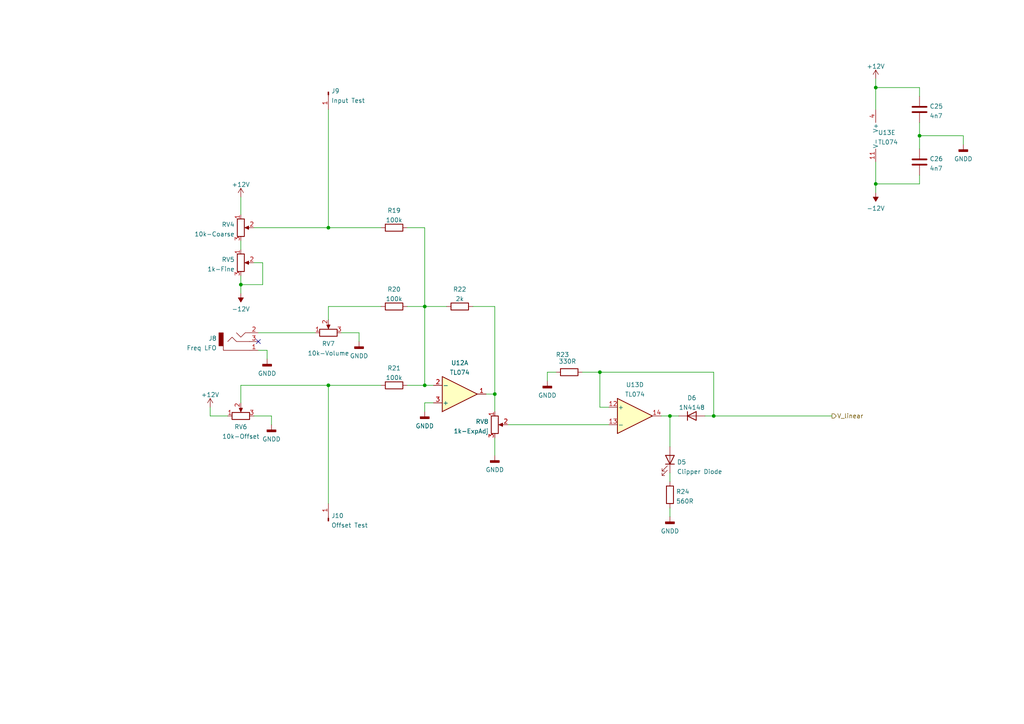
<source format=kicad_sch>
(kicad_sch (version 20211123) (generator eeschema)
  (paper "A4")
  (lib_symbols
    (symbol "Amplifier_Operational:TL074" (pin_names (offset 0.127))
      (property "Reference" "U" (at 0 5.08 0))
      (property "Value" "TL074" (at 0 -5.08 0))
      (symbol "TL074_1_1"
        (polyline (pts (xy -5.08 5.08) (xy 5.08 0) (xy -5.08 -5.08) (xy -5.08 5.08)) (stroke (width 0.254)) (fill (type background)))
        (pin output line (at 7.62 0 180) (length 2.54) (name "~") (number "1"))
        (pin input line (at -7.62 -2.54 0) (length 2.54) (name "-") (number "2"))
        (pin input line (at -7.62 2.54 0) (length 2.54) (name "+") (number "3"))
      )
      (symbol "TL074_2_1"
        (polyline (pts (xy -5.08 5.08) (xy 5.08 0) (xy -5.08 -5.08) (xy -5.08 5.08)) (stroke (width 0.254)) (fill (type background)))
        (pin input line (at -7.62 2.54 0) (length 2.54) (name "+") (number "5"))
        (pin input line (at -7.62 -2.54 0) (length 2.54) (name "-") (number "6"))
        (pin output line (at 7.62 0 180) (length 2.54) (name "~") (number "7"))
      )
      (symbol "TL074_3_1"
        (polyline (pts (xy -5.08 5.08) (xy 5.08 0) (xy -5.08 -5.08) (xy -5.08 5.08)) (stroke (width 0.254)) (fill (type background)))
        (pin input line (at -7.62 2.54 0) (length 2.54) (name "+") (number "10"))
        (pin output line (at 7.62 0 180) (length 2.54) (name "~") (number "8"))
        (pin input line (at -7.62 -2.54 0) (length 2.54) (name "-") (number "9"))
      )
      (symbol "TL074_4_1"
        (polyline (pts (xy -5.08 5.08) (xy 5.08 0) (xy -5.08 -5.08) (xy -5.08 5.08)) (stroke (width 0.254)) (fill (type background)))
        (pin input line (at -7.62 2.54 0) (length 2.54) (name "+") (number "12"))
        (pin input line (at -7.62 -2.54 0) (length 2.54) (name "-") (number "13"))
        (pin output line (at 7.62 0 180) (length 2.54) (name "~") (number "14"))
      )
      (symbol "TL074_5_1"
        (pin power_in line (at -2.54 -7.62 90) (length 3.81) (name "V-") (number "11"))
        (pin power_in line (at -2.54 7.62 270) (length 3.81) (name "V+") (number "4"))
      )
    )
    (symbol "Connector:Conn_01x01_Male" (pin_names (offset 1.016) hide)
      (property "Reference" "J" (at 0 2.54 0))
      (property "Value" "Conn_01x01_Male" (at 0 -2.54 0))
      (symbol "Conn_01x01_Male_1_1"
        (polyline (pts (xy 1.27 0) (xy 0.8636 0)) (stroke (width 0.1524)))
        (rectangle (start 0.8636 0.127) (end 0 -0.127) (stroke (width 0.1524)) (fill (type outline)))
        (pin passive line (at 5.08 0 180) (length 3.81) (name "Pin_1") (number "1"))
      )
    )
    (symbol "Custom:3.5mm_audio_jack" (pin_names (offset 1.016))
      (property "Reference" "J" (at 0 -3.81 0))
      (property "Value" "3.5mm_audio_jack" (at 0 -5.08 0))
      (symbol "3.5mm_audio_jack_0_1"
        (rectangle (start -6.35 1.27) (end -5.08 -2.54) (fill (type outline)))
        (polyline (pts (xy 2.54 2.54) (xy -5.08 2.54) (xy -5.08 1.27)))
        (polyline (pts (xy 2.54 -2.54) (xy 1.27 -2.54) (xy 0 -1.27) (xy -1.27 -2.54)))
        (polyline (pts (xy 2.54 0) (xy -1.27 0) (xy -2.54 -1.27) (xy -3.81 0)))
      )
      (symbol "3.5mm_audio_jack_1_1"
        (pin passive line (at 5.08 2.54 180) (length 2.54) (name "~") (number "1"))
        (pin passive line (at 5.08 -2.54 180) (length 2.54) (name "~") (number "2"))
        (pin passive line (at 5.08 0 180) (length 2.54) (name "~") (number "3"))
      )
    )
    (symbol "Device:C" (pin_numbers hide) (pin_names (offset 0.254))
      (property "Reference" "C" (at 0.635 2.54 0))
      (property "Value" "C" (at 0.635 -2.54 0))
      (symbol "C_0_1"
        (polyline (pts (xy -2.032 -0.762) (xy 2.032 -0.762)) (stroke (width 0.508)))
        (polyline (pts (xy -2.032 0.762) (xy 2.032 0.762)) (stroke (width 0.508)))
      )
      (symbol "C_1_1"
        (pin passive line (at 0 3.81 270) (length 2.794) (name "~") (number "1"))
        (pin passive line (at 0 -3.81 90) (length 2.794) (name "~") (number "2"))
      )
    )
    (symbol "Device:LED" (pin_numbers hide) (pin_names (offset 1.016) hide)
      (property "Reference" "D" (at 0 2.54 0))
      (property "Value" "LED" (at 0 -2.54 0))
      (symbol "LED_0_1"
        (polyline (pts (xy -1.27 -1.27) (xy -1.27 1.27)) (stroke (width 0.254)))
        (polyline (pts (xy -1.27 0) (xy 1.27 0)))
        (polyline (pts (xy 1.27 -1.27) (xy 1.27 1.27) (xy -1.27 0) (xy 1.27 -1.27)) (stroke (width 0.254)))
        (polyline (pts (xy -3.048 -0.762) (xy -4.572 -2.286) (xy -3.81 -2.286) (xy -4.572 -2.286) (xy -4.572 -1.524)))
        (polyline (pts (xy -1.778 -0.762) (xy -3.302 -2.286) (xy -2.54 -2.286) (xy -3.302 -2.286) (xy -3.302 -1.524)))
      )
      (symbol "LED_1_1"
        (pin passive line (at -3.81 0 0) (length 2.54) (name "K") (number "1"))
        (pin passive line (at 3.81 0 180) (length 2.54) (name "A") (number "2"))
      )
    )
    (symbol "Device:R" (pin_numbers hide) (pin_names (offset 0))
      (property "Reference" "R" (at 2.032 0 90))
      (property "Value" "R" (at 0 0 90))
      (symbol "R_0_1"
        (rectangle (start -1.016 -2.54) (end 1.016 2.54) (stroke (width 0.254)))
      )
      (symbol "R_1_1"
        (pin passive line (at 0 3.81 270) (length 1.27) (name "~") (number "1"))
        (pin passive line (at 0 -3.81 90) (length 1.27) (name "~") (number "2"))
      )
    )
    (symbol "Device:R_Potentiometer" (pin_names (offset 1.016) hide)
      (property "Reference" "RV" (at -4.445 0 90))
      (property "Value" "R_Potentiometer" (at -2.54 0 90))
      (symbol "R_Potentiometer_0_1"
        (polyline (pts (xy 2.54 0) (xy 1.524 0)))
        (polyline (pts (xy 1.143 0) (xy 2.286 0.508) (xy 2.286 -0.508) (xy 1.143 0)) (fill (type outline)))
        (rectangle (start 1.016 2.54) (end -1.016 -2.54) (stroke (width 0.254)))
      )
      (symbol "R_Potentiometer_1_1"
        (pin passive line (at 0 3.81 270) (length 1.27) (name "1") (number "1"))
        (pin passive line (at 3.81 0 180) (length 1.27) (name "2") (number "2"))
        (pin passive line (at 0 -3.81 90) (length 1.27) (name "3") (number "3"))
      )
    )
    (symbol "Diode:1N4148" (pin_numbers hide) (pin_names (offset 1.016) hide)
      (property "Reference" "D" (at 0 2.54 0))
      (property "Value" "1N4148" (at 0 -2.54 0))
      (symbol "1N4148_0_1"
        (polyline (pts (xy -1.27 1.27) (xy -1.27 -1.27)) (stroke (width 0.254)))
        (polyline (pts (xy 1.27 0) (xy -1.27 0)))
        (polyline (pts (xy 1.27 1.27) (xy 1.27 -1.27) (xy -1.27 0) (xy 1.27 1.27)) (stroke (width 0.254)))
      )
      (symbol "1N4148_1_1"
        (pin passive line (at -3.81 0 0) (length 2.54) (name "K") (number "1"))
        (pin passive line (at 3.81 0 180) (length 2.54) (name "A") (number "2"))
      )
    )
    (symbol "power:+12V" (power) (pin_names (offset 0))
      (property "Value" "+12V" (at 0 3.556 0))
      (symbol "+12V_0_1"
        (polyline (pts (xy -0.762 1.27) (xy 0 2.54)))
        (polyline (pts (xy 0 0) (xy 0 2.54)))
        (polyline (pts (xy 0 2.54) (xy 0.762 1.27)))
      )
      (symbol "+12V_1_1"
        (pin power_in line (at 0 0 90) (length 0) hide (name "+12V") (number "1"))
      )
    )
    (symbol "power:-12V" (power) (pin_names (offset 0))
      (property "Value" "-12V" (at 0 3.81 0))
      (symbol "-12V_0_0"
        (pin power_in line (at 0 0 90) (length 0) hide (name "-12V") (number "1"))
      )
      (symbol "-12V_0_1"
        (polyline (pts (xy 0 0) (xy 0 1.27) (xy 0.762 1.27) (xy 0 2.54) (xy -0.762 1.27) (xy 0 1.27)) (fill (type outline)))
      )
    )
    (symbol "power:GNDD" (power) (pin_names (offset 0))
      (property "Value" "GNDD" (at 0 -3.175 0))
      (symbol "GNDD_0_1"
        (rectangle (start -1.27 -1.524) (end 1.27 -2.032) (stroke (width 0.254)) (fill (type outline)))
        (polyline (pts (xy 0 0) (xy 0 -1.524)))
      )
      (symbol "GNDD_1_1"
        (pin power_in line (at 0 0 270) (length 0) hide (name "GNDD") (number "1"))
      )
    )
  )
  (junction (at 95.25 111.76))
  (junction (at 69.85 82.55))
  (junction (at 95.25 66.04))
  (junction (at 143.51 114.3))
  (junction (at 173.99 107.95))
  (junction (at 194.31 120.65))
  (junction (at 266.7 39.37))
  (junction (at 123.19 88.9))
  (junction (at 254 25.4))
  (junction (at 254 53.34))
  (junction (at 123.19 111.76))
  (junction (at 207.01 120.65))
  (no_connect (at 74.93 99.06))
  (wire (pts (xy 168.91 107.95) (xy 173.99 107.95)))
  (wire (pts (xy 173.99 118.11) (xy 173.99 107.95)))
  (wire (pts (xy 266.7 25.4) (xy 266.7 27.94)))
  (wire (pts (xy 161.29 107.95) (xy 158.75 107.95)))
  (wire (pts (xy 143.51 114.3) (xy 143.51 119.38)))
  (wire (pts (xy 118.11 66.04) (xy 123.19 66.04)))
  (wire (pts (xy 69.85 82.55) (xy 69.85 85.09)))
  (wire (pts (xy 74.93 96.52) (xy 91.44 96.52)))
  (wire (pts (xy 254 22.86) (xy 254 25.4)))
  (wire (pts (xy 125.73 116.84) (xy 123.19 116.84)))
  (wire (pts (xy 143.51 88.9) (xy 143.51 114.3)))
  (wire (pts (xy 73.66 120.65) (xy 78.74 120.65)))
  (wire (pts (xy 95.25 111.76) (xy 95.25 146.05)))
  (wire (pts (xy 137.16 88.9) (xy 143.51 88.9)))
  (wire (pts (xy 194.31 147.32) (xy 194.31 149.86)))
  (wire (pts (xy 78.74 120.65) (xy 78.74 123.19)))
  (wire (pts (xy 207.01 120.65) (xy 207.01 107.95)))
  (wire (pts (xy 69.85 57.15) (xy 69.85 62.23)))
  (wire (pts (xy 147.32 123.19) (xy 176.53 123.19)))
  (wire (pts (xy 69.85 111.76) (xy 95.25 111.76)))
  (wire (pts (xy 143.51 114.3) (xy 140.97 114.3)))
  (wire (pts (xy 60.96 120.65) (xy 66.04 120.65)))
  (wire (pts (xy 266.7 39.37) (xy 266.7 43.18)))
  (wire (pts (xy 95.25 66.04) (xy 110.49 66.04)))
  (wire (pts (xy 207.01 120.65) (xy 241.3 120.65)))
  (wire (pts (xy 95.25 111.76) (xy 110.49 111.76)))
  (wire (pts (xy 194.31 120.65) (xy 196.85 120.65)))
  (wire (pts (xy 191.77 120.65) (xy 194.31 120.65)))
  (wire (pts (xy 173.99 107.95) (xy 207.01 107.95)))
  (wire (pts (xy 129.54 88.9) (xy 123.19 88.9)))
  (wire (pts (xy 123.19 116.84) (xy 123.19 119.38)))
  (wire (pts (xy 254 53.34) (xy 266.7 53.34)))
  (wire (pts (xy 123.19 88.9) (xy 123.19 111.76)))
  (wire (pts (xy 254 53.34) (xy 254 55.88)))
  (wire (pts (xy 123.19 66.04) (xy 123.19 88.9)))
  (wire (pts (xy 77.47 101.6) (xy 77.47 104.14)))
  (wire (pts (xy 143.51 127) (xy 143.51 132.08)))
  (wire (pts (xy 254 25.4) (xy 254 31.75)))
  (wire (pts (xy 104.14 96.52) (xy 104.14 99.06)))
  (wire (pts (xy 73.66 66.04) (xy 95.25 66.04)))
  (wire (pts (xy 266.7 35.56) (xy 266.7 39.37)))
  (wire (pts (xy 194.31 137.16) (xy 194.31 139.7)))
  (wire (pts (xy 69.85 111.76) (xy 69.85 116.84)))
  (wire (pts (xy 194.31 120.65) (xy 194.31 129.54)))
  (wire (pts (xy 158.75 107.95) (xy 158.75 110.49)))
  (wire (pts (xy 118.11 88.9) (xy 123.19 88.9)))
  (wire (pts (xy 95.25 88.9) (xy 95.25 92.71)))
  (wire (pts (xy 60.96 118.11) (xy 60.96 120.65)))
  (wire (pts (xy 254 25.4) (xy 266.7 25.4)))
  (wire (pts (xy 118.11 111.76) (xy 123.19 111.76)))
  (wire (pts (xy 204.47 120.65) (xy 207.01 120.65)))
  (wire (pts (xy 123.19 111.76) (xy 125.73 111.76)))
  (wire (pts (xy 266.7 39.37) (xy 279.4 39.37)))
  (wire (pts (xy 69.85 82.55) (xy 69.85 80.01)))
  (wire (pts (xy 76.2 76.2) (xy 76.2 82.55)))
  (wire (pts (xy 99.06 96.52) (xy 104.14 96.52)))
  (wire (pts (xy 73.66 76.2) (xy 76.2 76.2)))
  (wire (pts (xy 176.53 118.11) (xy 173.99 118.11)))
  (wire (pts (xy 95.25 31.75) (xy 95.25 66.04)))
  (wire (pts (xy 76.2 82.55) (xy 69.85 82.55)))
  (wire (pts (xy 279.4 39.37) (xy 279.4 41.91)))
  (wire (pts (xy 69.85 69.85) (xy 69.85 72.39)))
  (wire (pts (xy 254 46.99) (xy 254 53.34)))
  (wire (pts (xy 266.7 53.34) (xy 266.7 50.8)))
  (wire (pts (xy 95.25 88.9) (xy 110.49 88.9)))
  (wire (pts (xy 74.93 101.6) (xy 77.47 101.6)))
  (hierarchical_label "V_linear" (shape output) (at 241.3 120.65 0))
  (symbol (lib_id "power:GNDD") (at 194.31 149.86 0) (unit 1)
    (property "Reference" "#PWR079" (effects hide))
    (property "Value" "GNDD" (at 194.31 154.0415 0))
  )
  (symbol (lib_id "Device:R_Potentiometer") (at 95.25 96.52 90) (unit 1)
    (property "Reference" "RV7" (at 95.25 99.6855 90))
    (property "Value" "10k-Volume" (at 95.25 102.4606 90))
    (property "Footprint" "Potentiometer_THT:Potentiometer_Bourns_3296W_Vertical" (effects hide))
  )
  (symbol (lib_id "Custom:3.5mm_audio_jack") (at 69.85 99.06 0) (mirror x) (unit 1)
    (property "Reference" "J8" (at 62.8651 98.1515 0) (effects (justify right)))
    (property "Value" "Freq LFO" (at 62.8651 100.9266 0) (effects (justify right)))
    (property "Footprint" "Custom Footprints:PJ_301M" (effects hide))
  )
  (symbol (lib_id "Device:R") (at 133.35 88.9 90) (unit 1)
    (property "Reference" "R22" (at 133.35 83.9175 90))
    (property "Value" "2k" (at 133.35 86.6926 90))
    (property "Footprint" "Resistor_THT:R_Axial_DIN0207_L6.3mm_D2.5mm_P2.54mm_Vertical" (effects hide))
  )
  (symbol (lib_id "Device:C") (at 266.7 31.75 0) (unit 1)
    (property "Reference" "C25" (at 269.621 30.8415 0) (effects (justify left)))
    (property "Value" "4n7" (at 269.621 33.6166 0) (effects (justify left)))
    (property "Footprint" "Capacitor_THT:C_Disc_D3.4mm_W2.1mm_P2.50mm" (effects hide))
  )
  (symbol (lib_id "power:GNDD") (at 123.19 119.38 0) (unit 1)
    (property "Reference" "#PWR076" (effects hide))
    (property "Value" "GNDD" (at 123.19 123.5615 0))
  )
  (symbol (lib_id "power:GNDD") (at 143.51 132.08 0) (unit 1)
    (property "Reference" "#PWR077" (effects hide))
    (property "Value" "GNDD" (at 143.51 136.2615 0))
  )
  (symbol (lib_id "Device:R_Potentiometer") (at 69.85 76.2 0) (unit 1)
    (property "Reference" "RV5" (at 68.072 75.2915 0) (effects (justify right)))
    (property "Value" "1k-Fine" (at 68.072 78.0666 0) (effects (justify right)))
    (property "Footprint" "Potentiometer_THT:Potentiometer_Bourns_3296W_Vertical" (effects hide))
  )
  (symbol (lib_id "Device:R_Potentiometer") (at 69.85 66.04 0) (unit 1)
    (property "Reference" "RV4" (at 68.0721 65.1315 0) (effects (justify right)))
    (property "Value" "10k-Coarse" (at 68.0721 67.9066 0) (effects (justify right)))
    (property "Footprint" "Potentiometer_THT:Potentiometer_Bourns_3296W_Vertical" (effects hide))
  )
  (symbol (lib_id "power:-12V") (at 69.85 85.09 180) (unit 1)
    (property "Reference" "#PWR072" (effects hide))
    (property "Value" "-12V" (at 69.85 89.6525 0))
  )
  (symbol (lib_id "Amplifier_Operational:TL074") (at 184.15 120.65 0) (unit 4)
    (property "Reference" "U13" (at 184.15 111.6035 0))
    (property "Value" "TL074" (at 184.15 114.3786 0))
    (property "Footprint" "Package_DIP:DIP-14_W7.62mm_Socket" (effects hide))
    (property "Datasheet" "http://www.ti.com/lit/ds/symlink/tl071.pdf" (effects hide))
  )
  (symbol (lib_id "Connector:Conn_01x01_Male") (at 95.25 26.67 270) (unit 1)
    (property "Reference" "J9" (at 96.0882 26.3965 90) (effects (justify left)))
    (property "Value" "Input Test" (at 96.0882 29.1716 90) (effects (justify left)))
    (property "Footprint" "Connector_PinHeader_2.54mm:PinHeader_1x01_P2.54mm_Vertical" (effects hide))
  )
  (symbol (lib_id "Device:R") (at 165.1 107.95 270) (unit 1)
    (property "Reference" "R23" (at 165.1 102.87 90) (effects (justify right)))
    (property "Value" "330R" (at 167.132 104.8134 90) (effects (justify right)))
    (property "Footprint" "Resistor_THT:R_Axial_DIN0207_L6.3mm_D2.5mm_P2.54mm_Vertical" (effects hide))
  )
  (symbol (lib_id "Amplifier_Operational:TL074") (at 133.35 114.3 0) (mirror x) (unit 1)
    (property "Reference" "U12" (at 133.35 105.2535 0))
    (property "Value" "TL074" (at 133.35 108.0286 0))
    (property "Footprint" "Package_DIP:DIP-14_W7.62mm_Socket" (effects hide))
    (property "Datasheet" "http://www.ti.com/lit/ds/symlink/tl071.pdf" (effects hide))
  )
  (symbol (lib_id "power:GNDD") (at 77.47 104.14 0) (unit 1)
    (property "Reference" "#PWR073" (effects hide))
    (property "Value" "GNDD" (at 77.47 108.3215 0))
  )
  (symbol (lib_id "Device:R") (at 194.31 143.51 180) (unit 1)
    (property "Reference" "R24" (at 196.088 142.6015 0) (effects (justify right)))
    (property "Value" "560R" (at 196.088 145.3766 0) (effects (justify right)))
    (property "Footprint" "Resistor_THT:R_Axial_DIN0207_L6.3mm_D2.5mm_P2.54mm_Vertical" (effects hide))
  )
  (symbol (lib_id "Device:R_Potentiometer") (at 69.85 120.65 90) (unit 1)
    (property "Reference" "RV6" (at 69.85 123.8155 90))
    (property "Value" "10k-Offset" (at 69.85 126.5906 90))
    (property "Footprint" "Potentiometer_THT:Potentiometer_Vishay_T7-YA_Single_Vertical" (effects hide))
  )
  (symbol (lib_id "power:GNDD") (at 104.14 99.06 0) (unit 1)
    (property "Reference" "#PWR075" (effects hide))
    (property "Value" "GNDD" (at 104.14 103.2415 0))
  )
  (symbol (lib_id "Device:R") (at 114.3 111.76 90) (unit 1)
    (property "Reference" "R21" (at 114.3 106.7775 90))
    (property "Value" "100k" (at 114.3 109.5526 90))
    (property "Footprint" "Resistor_THT:R_Axial_DIN0207_L6.3mm_D2.5mm_P2.54mm_Vertical" (effects hide))
  )
  (symbol (lib_id "power:-12V") (at 254 55.88 180) (unit 1)
    (property "Reference" "#PWR081" (effects hide))
    (property "Value" "-12V" (at 254 60.4425 0))
  )
  (symbol (lib_id "Device:R") (at 114.3 66.04 90) (unit 1)
    (property "Reference" "R19" (at 114.3 61.0575 90))
    (property "Value" "100k" (at 114.3 63.8326 90))
    (property "Footprint" "Resistor_THT:R_Axial_DIN0207_L6.3mm_D2.5mm_P2.54mm_Vertical" (effects hide))
  )
  (symbol (lib_id "power:+12V") (at 69.85 57.15 0) (unit 1)
    (property "Reference" "#PWR071" (effects hide))
    (property "Value" "+12V" (at 69.85 53.5455 0))
  )
  (symbol (lib_id "Device:R") (at 114.3 88.9 90) (unit 1)
    (property "Reference" "R20" (at 114.3 83.9175 90))
    (property "Value" "100k" (at 114.3 86.6926 90))
    (property "Footprint" "Resistor_THT:R_Axial_DIN0207_L6.3mm_D2.5mm_P2.54mm_Vertical" (effects hide))
  )
  (symbol (lib_id "power:GNDD") (at 158.75 110.49 0) (unit 1)
    (property "Reference" "#PWR078" (effects hide))
    (property "Value" "GNDD" (at 158.75 114.6715 0))
  )
  (symbol (lib_id "Amplifier_Operational:TL074") (at 256.54 39.37 0) (unit 5)
    (property "Reference" "U13" (at 254.635 38.4615 0) (effects (justify left)))
    (property "Value" "TL074" (at 254.635 41.2366 0) (effects (justify left)))
    (property "Footprint" "Package_DIP:DIP-14_W7.62mm_Socket" (effects hide))
    (property "Datasheet" "http://www.ti.com/lit/ds/symlink/tl071.pdf" (effects hide))
  )
  (symbol (lib_id "Diode:1N4148") (at 200.66 120.65 0) (unit 1)
    (property "Reference" "D6" (at 200.66 115.4135 0))
    (property "Value" "1N4148" (at 200.66 118.1886 0))
    (property "Footprint" "Diode_THT:D_DO-35_SOD27_P2.54mm_Vertical_KathodeUp" (effects hide))
    (property "Datasheet" "https://assets.nexperia.com/documents/data-sheet/1N4148_1N4448.pdf" (effects hide))
  )
  (symbol (lib_id "power:+12V") (at 254 22.86 0) (unit 1)
    (property "Reference" "#PWR080" (effects hide))
    (property "Value" "+12V" (at 254 19.2555 0))
  )
  (symbol (lib_id "Connector:Conn_01x01_Male") (at 95.25 151.13 90) (unit 1)
    (property "Reference" "J10" (at 96.0882 149.5865 90) (effects (justify right)))
    (property "Value" "Offset Test" (at 96.0882 152.3616 90) (effects (justify right)))
    (property "Footprint" "Connector_PinHeader_2.54mm:PinHeader_1x01_P2.54mm_Vertical" (effects hide))
  )
  (symbol (lib_id "power:GNDD") (at 279.4 41.91 0) (unit 1)
    (property "Reference" "#PWR082" (effects hide))
    (property "Value" "GNDD" (at 279.4 46.0915 0))
  )
  (symbol (lib_id "Device:R_Potentiometer") (at 143.51 123.19 0) (unit 1)
    (property "Reference" "RV8" (at 141.732 122.2815 0) (effects (justify right)))
    (property "Value" "1k-ExpAdj" (at 141.732 125.0566 0) (effects (justify right)))
    (property "Footprint" "Potentiometer_THT:Potentiometer_Bourns_3296W_Vertical" (effects hide))
  )
  (symbol (lib_id "power:GNDD") (at 78.74 123.19 0) (unit 1)
    (property "Reference" "#PWR074" (effects hide))
    (property "Value" "GNDD" (at 78.74 127.3715 0))
  )
  (symbol (lib_id "Device:LED") (at 194.31 133.35 270) (mirror x) (unit 1)
    (property "Reference" "D5" (at 196.342 134.029 90) (effects (justify left)))
    (property "Value" "Clipper Diode" (at 196.342 136.8041 90) (effects (justify left)))
    (property "Footprint" "LED_THT:LED_D3.0mm_FlatTop" (effects hide))
  )
  (symbol (lib_id "Device:C") (at 266.7 46.99 0) (unit 1)
    (property "Reference" "C26" (at 269.621 46.0815 0) (effects (justify left)))
    (property "Value" "4n7" (at 269.621 48.8566 0) (effects (justify left)))
    (property "Footprint" "Capacitor_THT:C_Disc_D3.4mm_W2.1mm_P2.50mm" (effects hide))
  )
  (symbol (lib_id "power:+12V") (at 60.96 118.11 0) (unit 1)
    (property "Reference" "#PWR070" (effects hide))
    (property "Value" "+12V" (at 60.96 114.5055 0))
  )
)
</source>
